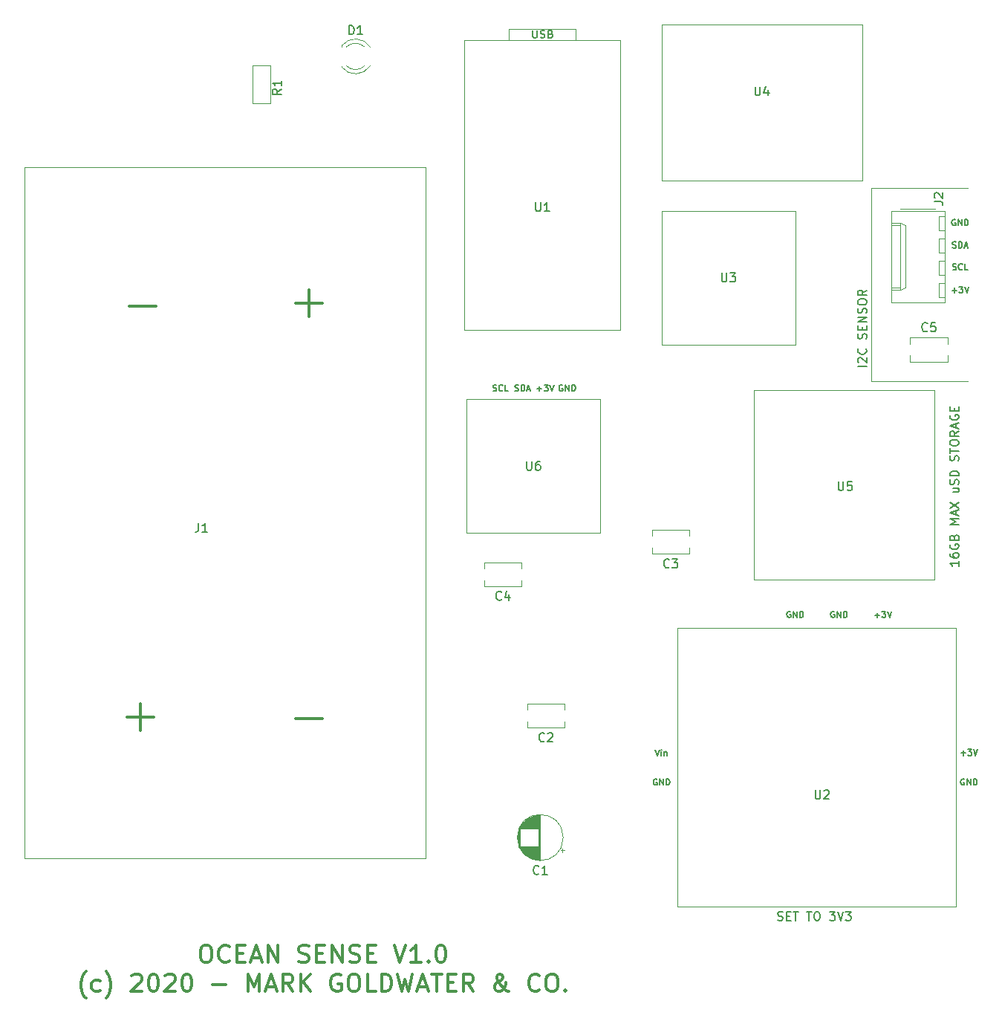
<source format=gbr>
G04 #@! TF.GenerationSoftware,KiCad,Pcbnew,(5.1.5)-3*
G04 #@! TF.CreationDate,2020-11-07T14:44:15-05:00*
G04 #@! TF.ProjectId,OceanSense,4f636561-6e53-4656-9e73-652e6b696361,rev?*
G04 #@! TF.SameCoordinates,Original*
G04 #@! TF.FileFunction,Legend,Top*
G04 #@! TF.FilePolarity,Positive*
%FSLAX46Y46*%
G04 Gerber Fmt 4.6, Leading zero omitted, Abs format (unit mm)*
G04 Created by KiCad (PCBNEW (5.1.5)-3) date 2020-11-07 14:44:15*
%MOMM*%
%LPD*%
G04 APERTURE LIST*
%ADD10C,0.150000*%
%ADD11C,0.300000*%
%ADD12C,0.120000*%
G04 APERTURE END LIST*
D10*
X62452380Y461500000D02*
X62452380Y460928571D01*
X62452380Y461214285D02*
X61452380Y461214285D01*
X61595238Y461119047D01*
X61690476Y461023809D01*
X61738095Y460928571D01*
X61452380Y462357142D02*
X61452380Y462166666D01*
X61500000Y462071428D01*
X61547619Y462023809D01*
X61690476Y461928571D01*
X61880952Y461880952D01*
X62261904Y461880952D01*
X62357142Y461928571D01*
X62404761Y461976190D01*
X62452380Y462071428D01*
X62452380Y462261904D01*
X62404761Y462357142D01*
X62357142Y462404761D01*
X62261904Y462452380D01*
X62023809Y462452380D01*
X61928571Y462404761D01*
X61880952Y462357142D01*
X61833333Y462261904D01*
X61833333Y462071428D01*
X61880952Y461976190D01*
X61928571Y461928571D01*
X62023809Y461880952D01*
X61500000Y463404761D02*
X61452380Y463309523D01*
X61452380Y463166666D01*
X61500000Y463023809D01*
X61595238Y462928571D01*
X61690476Y462880952D01*
X61880952Y462833333D01*
X62023809Y462833333D01*
X62214285Y462880952D01*
X62309523Y462928571D01*
X62404761Y463023809D01*
X62452380Y463166666D01*
X62452380Y463261904D01*
X62404761Y463404761D01*
X62357142Y463452380D01*
X62023809Y463452380D01*
X62023809Y463261904D01*
X61928571Y464214285D02*
X61976190Y464357142D01*
X62023809Y464404761D01*
X62119047Y464452380D01*
X62261904Y464452380D01*
X62357142Y464404761D01*
X62404761Y464357142D01*
X62452380Y464261904D01*
X62452380Y463880952D01*
X61452380Y463880952D01*
X61452380Y464214285D01*
X61500000Y464309523D01*
X61547619Y464357142D01*
X61642857Y464404761D01*
X61738095Y464404761D01*
X61833333Y464357142D01*
X61880952Y464309523D01*
X61928571Y464214285D01*
X61928571Y463880952D01*
X62452380Y465642857D02*
X61452380Y465642857D01*
X62166666Y465976190D01*
X61452380Y466309523D01*
X62452380Y466309523D01*
X62166666Y466738095D02*
X62166666Y467214285D01*
X62452380Y466642857D02*
X61452380Y466976190D01*
X62452380Y467309523D01*
X61452380Y467547619D02*
X62452380Y468214285D01*
X61452380Y468214285D02*
X62452380Y467547619D01*
X61785714Y469785714D02*
X62452380Y469785714D01*
X61785714Y469357142D02*
X62309523Y469357142D01*
X62404761Y469404761D01*
X62452380Y469500000D01*
X62452380Y469642857D01*
X62404761Y469738095D01*
X62357142Y469785714D01*
X62404761Y470214285D02*
X62452380Y470357142D01*
X62452380Y470595238D01*
X62404761Y470690476D01*
X62357142Y470738095D01*
X62261904Y470785714D01*
X62166666Y470785714D01*
X62071428Y470738095D01*
X62023809Y470690476D01*
X61976190Y470595238D01*
X61928571Y470404761D01*
X61880952Y470309523D01*
X61833333Y470261904D01*
X61738095Y470214285D01*
X61642857Y470214285D01*
X61547619Y470261904D01*
X61500000Y470309523D01*
X61452380Y470404761D01*
X61452380Y470642857D01*
X61500000Y470785714D01*
X62452380Y471214285D02*
X61452380Y471214285D01*
X61452380Y471452380D01*
X61500000Y471595238D01*
X61595238Y471690476D01*
X61690476Y471738095D01*
X61880952Y471785714D01*
X62023809Y471785714D01*
X62214285Y471738095D01*
X62309523Y471690476D01*
X62404761Y471595238D01*
X62452380Y471452380D01*
X62452380Y471214285D01*
X62404761Y472928571D02*
X62452380Y473071428D01*
X62452380Y473309523D01*
X62404761Y473404761D01*
X62357142Y473452380D01*
X62261904Y473500000D01*
X62166666Y473500000D01*
X62071428Y473452380D01*
X62023809Y473404761D01*
X61976190Y473309523D01*
X61928571Y473119047D01*
X61880952Y473023809D01*
X61833333Y472976190D01*
X61738095Y472928571D01*
X61642857Y472928571D01*
X61547619Y472976190D01*
X61500000Y473023809D01*
X61452380Y473119047D01*
X61452380Y473357142D01*
X61500000Y473500000D01*
X61452380Y473785714D02*
X61452380Y474357142D01*
X62452380Y474071428D02*
X61452380Y474071428D01*
X61452380Y474880952D02*
X61452380Y475071428D01*
X61500000Y475166666D01*
X61595238Y475261904D01*
X61785714Y475309523D01*
X62119047Y475309523D01*
X62309523Y475261904D01*
X62404761Y475166666D01*
X62452380Y475071428D01*
X62452380Y474880952D01*
X62404761Y474785714D01*
X62309523Y474690476D01*
X62119047Y474642857D01*
X61785714Y474642857D01*
X61595238Y474690476D01*
X61500000Y474785714D01*
X61452380Y474880952D01*
X62452380Y476309523D02*
X61976190Y475976190D01*
X62452380Y475738095D02*
X61452380Y475738095D01*
X61452380Y476119047D01*
X61500000Y476214285D01*
X61547619Y476261904D01*
X61642857Y476309523D01*
X61785714Y476309523D01*
X61880952Y476261904D01*
X61928571Y476214285D01*
X61976190Y476119047D01*
X61976190Y475738095D01*
X62166666Y476690476D02*
X62166666Y477166666D01*
X62452380Y476595238D02*
X61452380Y476928571D01*
X62452380Y477261904D01*
X61500000Y478119047D02*
X61452380Y478023809D01*
X61452380Y477880952D01*
X61500000Y477738095D01*
X61595238Y477642857D01*
X61690476Y477595238D01*
X61880952Y477547619D01*
X62023809Y477547619D01*
X62214285Y477595238D01*
X62309523Y477642857D01*
X62404761Y477738095D01*
X62452380Y477880952D01*
X62452380Y477976190D01*
X62404761Y478119047D01*
X62357142Y478166666D01*
X62023809Y478166666D01*
X62023809Y477976190D01*
X61928571Y478595238D02*
X61928571Y478928571D01*
X62452380Y479071428D02*
X62452380Y478595238D01*
X61452380Y478595238D01*
X61452380Y479071428D01*
X41833333Y420595238D02*
X41976190Y420547619D01*
X42214285Y420547619D01*
X42309523Y420595238D01*
X42357142Y420642857D01*
X42404761Y420738095D01*
X42404761Y420833333D01*
X42357142Y420928571D01*
X42309523Y420976190D01*
X42214285Y421023809D01*
X42023809Y421071428D01*
X41928571Y421119047D01*
X41880952Y421166666D01*
X41833333Y421261904D01*
X41833333Y421357142D01*
X41880952Y421452380D01*
X41928571Y421500000D01*
X42023809Y421547619D01*
X42261904Y421547619D01*
X42404761Y421500000D01*
X42833333Y421071428D02*
X43166666Y421071428D01*
X43309523Y420547619D02*
X42833333Y420547619D01*
X42833333Y421547619D01*
X43309523Y421547619D01*
X43595238Y421547619D02*
X44166666Y421547619D01*
X43880952Y420547619D02*
X43880952Y421547619D01*
X45119047Y421547619D02*
X45690476Y421547619D01*
X45404761Y420547619D02*
X45404761Y421547619D01*
X46214285Y421547619D02*
X46404761Y421547619D01*
X46500000Y421500000D01*
X46595238Y421404761D01*
X46642857Y421214285D01*
X46642857Y420880952D01*
X46595238Y420690476D01*
X46500000Y420595238D01*
X46404761Y420547619D01*
X46214285Y420547619D01*
X46119047Y420595238D01*
X46023809Y420690476D01*
X45976190Y420880952D01*
X45976190Y421214285D01*
X46023809Y421404761D01*
X46119047Y421500000D01*
X46214285Y421547619D01*
X47738095Y421547619D02*
X48357142Y421547619D01*
X48023809Y421166666D01*
X48166666Y421166666D01*
X48261904Y421119047D01*
X48309523Y421071428D01*
X48357142Y420976190D01*
X48357142Y420738095D01*
X48309523Y420642857D01*
X48261904Y420595238D01*
X48166666Y420547619D01*
X47880952Y420547619D01*
X47785714Y420595238D01*
X47738095Y420642857D01*
X48642857Y421547619D02*
X48976190Y420547619D01*
X49309523Y421547619D01*
X49547619Y421547619D02*
X50166666Y421547619D01*
X49833333Y421166666D01*
X49976190Y421166666D01*
X50071428Y421119047D01*
X50119047Y421071428D01*
X50166666Y420976190D01*
X50166666Y420738095D01*
X50119047Y420642857D01*
X50071428Y420595238D01*
X49976190Y420547619D01*
X49690476Y420547619D01*
X49595238Y420595238D01*
X49547619Y420642857D01*
D11*
X-23523809Y417745238D02*
X-23142857Y417745238D01*
X-22952380Y417650000D01*
X-22761904Y417459523D01*
X-22666666Y417078571D01*
X-22666666Y416411904D01*
X-22761904Y416030952D01*
X-22952380Y415840476D01*
X-23142857Y415745238D01*
X-23523809Y415745238D01*
X-23714285Y415840476D01*
X-23904761Y416030952D01*
X-24000000Y416411904D01*
X-24000000Y417078571D01*
X-23904761Y417459523D01*
X-23714285Y417650000D01*
X-23523809Y417745238D01*
X-20666666Y415935714D02*
X-20761904Y415840476D01*
X-21047619Y415745238D01*
X-21238095Y415745238D01*
X-21523809Y415840476D01*
X-21714285Y416030952D01*
X-21809523Y416221428D01*
X-21904761Y416602380D01*
X-21904761Y416888095D01*
X-21809523Y417269047D01*
X-21714285Y417459523D01*
X-21523809Y417650000D01*
X-21238095Y417745238D01*
X-21047619Y417745238D01*
X-20761904Y417650000D01*
X-20666666Y417554761D01*
X-19809523Y416792857D02*
X-19142857Y416792857D01*
X-18857142Y415745238D02*
X-19809523Y415745238D01*
X-19809523Y417745238D01*
X-18857142Y417745238D01*
X-18095238Y416316666D02*
X-17142857Y416316666D01*
X-18285714Y415745238D02*
X-17619047Y417745238D01*
X-16952380Y415745238D01*
X-16285714Y415745238D02*
X-16285714Y417745238D01*
X-15142857Y415745238D01*
X-15142857Y417745238D01*
X-12761904Y415840476D02*
X-12476190Y415745238D01*
X-12000000Y415745238D01*
X-11809523Y415840476D01*
X-11714285Y415935714D01*
X-11619047Y416126190D01*
X-11619047Y416316666D01*
X-11714285Y416507142D01*
X-11809523Y416602380D01*
X-12000000Y416697619D01*
X-12380952Y416792857D01*
X-12571428Y416888095D01*
X-12666666Y416983333D01*
X-12761904Y417173809D01*
X-12761904Y417364285D01*
X-12666666Y417554761D01*
X-12571428Y417650000D01*
X-12380952Y417745238D01*
X-11904761Y417745238D01*
X-11619047Y417650000D01*
X-10761904Y416792857D02*
X-10095238Y416792857D01*
X-9809523Y415745238D02*
X-10761904Y415745238D01*
X-10761904Y417745238D01*
X-9809523Y417745238D01*
X-8952380Y415745238D02*
X-8952380Y417745238D01*
X-7809523Y415745238D01*
X-7809523Y417745238D01*
X-6952380Y415840476D02*
X-6666666Y415745238D01*
X-6190476Y415745238D01*
X-6000000Y415840476D01*
X-5904761Y415935714D01*
X-5809523Y416126190D01*
X-5809523Y416316666D01*
X-5904761Y416507142D01*
X-6000000Y416602380D01*
X-6190476Y416697619D01*
X-6571428Y416792857D01*
X-6761904Y416888095D01*
X-6857142Y416983333D01*
X-6952380Y417173809D01*
X-6952380Y417364285D01*
X-6857142Y417554761D01*
X-6761904Y417650000D01*
X-6571428Y417745238D01*
X-6095238Y417745238D01*
X-5809523Y417650000D01*
X-4952380Y416792857D02*
X-4285714Y416792857D01*
X-4000000Y415745238D02*
X-4952380Y415745238D01*
X-4952380Y417745238D01*
X-4000000Y417745238D01*
X-1904761Y417745238D02*
X-1238095Y415745238D01*
X-571428Y417745238D01*
X1142857Y415745238D02*
X0Y415745238D01*
X571428Y415745238D02*
X571428Y417745238D01*
X380952Y417459523D01*
X190476Y417269047D01*
X0Y417173809D01*
X1999999Y415935714D02*
X2095238Y415840476D01*
X1999999Y415745238D01*
X1904761Y415840476D01*
X1999999Y415935714D01*
X1999999Y415745238D01*
X3333333Y417745238D02*
X3523809Y417745238D01*
X3714285Y417650000D01*
X3809523Y417554761D01*
X3904761Y417364285D01*
X3999999Y416983333D01*
X3999999Y416507142D01*
X3904761Y416126190D01*
X3809523Y415935714D01*
X3714285Y415840476D01*
X3523809Y415745238D01*
X3333333Y415745238D01*
X3142857Y415840476D01*
X3047619Y415935714D01*
X2952380Y416126190D01*
X2857142Y416507142D01*
X2857142Y416983333D01*
X2952380Y417364285D01*
X3047619Y417554761D01*
X3142857Y417650000D01*
X3333333Y417745238D01*
X-37047619Y411683333D02*
X-37142857Y411778571D01*
X-37333333Y412064285D01*
X-37428571Y412254761D01*
X-37523809Y412540476D01*
X-37619047Y413016666D01*
X-37619047Y413397619D01*
X-37523809Y413873809D01*
X-37428571Y414159523D01*
X-37333333Y414350000D01*
X-37142857Y414635714D01*
X-37047619Y414730952D01*
X-35428571Y412540476D02*
X-35619047Y412445238D01*
X-36000000Y412445238D01*
X-36190476Y412540476D01*
X-36285714Y412635714D01*
X-36380952Y412826190D01*
X-36380952Y413397619D01*
X-36285714Y413588095D01*
X-36190476Y413683333D01*
X-36000000Y413778571D01*
X-35619047Y413778571D01*
X-35428571Y413683333D01*
X-34761904Y411683333D02*
X-34666666Y411778571D01*
X-34476190Y412064285D01*
X-34380952Y412254761D01*
X-34285714Y412540476D01*
X-34190476Y413016666D01*
X-34190476Y413397619D01*
X-34285714Y413873809D01*
X-34380952Y414159523D01*
X-34476190Y414350000D01*
X-34666666Y414635714D01*
X-34761904Y414730952D01*
X-31809523Y414254761D02*
X-31714285Y414350000D01*
X-31523809Y414445238D01*
X-31047619Y414445238D01*
X-30857142Y414350000D01*
X-30761904Y414254761D01*
X-30666666Y414064285D01*
X-30666666Y413873809D01*
X-30761904Y413588095D01*
X-31904761Y412445238D01*
X-30666666Y412445238D01*
X-29428571Y414445238D02*
X-29238095Y414445238D01*
X-29047619Y414350000D01*
X-28952380Y414254761D01*
X-28857142Y414064285D01*
X-28761904Y413683333D01*
X-28761904Y413207142D01*
X-28857142Y412826190D01*
X-28952380Y412635714D01*
X-29047619Y412540476D01*
X-29238095Y412445238D01*
X-29428571Y412445238D01*
X-29619047Y412540476D01*
X-29714285Y412635714D01*
X-29809523Y412826190D01*
X-29904761Y413207142D01*
X-29904761Y413683333D01*
X-29809523Y414064285D01*
X-29714285Y414254761D01*
X-29619047Y414350000D01*
X-29428571Y414445238D01*
X-28000000Y414254761D02*
X-27904761Y414350000D01*
X-27714285Y414445238D01*
X-27238095Y414445238D01*
X-27047619Y414350000D01*
X-26952380Y414254761D01*
X-26857142Y414064285D01*
X-26857142Y413873809D01*
X-26952380Y413588095D01*
X-28095238Y412445238D01*
X-26857142Y412445238D01*
X-25619047Y414445238D02*
X-25428571Y414445238D01*
X-25238095Y414350000D01*
X-25142857Y414254761D01*
X-25047619Y414064285D01*
X-24952380Y413683333D01*
X-24952380Y413207142D01*
X-25047619Y412826190D01*
X-25142857Y412635714D01*
X-25238095Y412540476D01*
X-25428571Y412445238D01*
X-25619047Y412445238D01*
X-25809523Y412540476D01*
X-25904761Y412635714D01*
X-26000000Y412826190D01*
X-26095238Y413207142D01*
X-26095238Y413683333D01*
X-26000000Y414064285D01*
X-25904761Y414254761D01*
X-25809523Y414350000D01*
X-25619047Y414445238D01*
X-22571428Y413207142D02*
X-21047619Y413207142D01*
X-18571428Y412445238D02*
X-18571428Y414445238D01*
X-17904761Y413016666D01*
X-17238095Y414445238D01*
X-17238095Y412445238D01*
X-16380952Y413016666D02*
X-15428571Y413016666D01*
X-16571428Y412445238D02*
X-15904761Y414445238D01*
X-15238095Y412445238D01*
X-13428571Y412445238D02*
X-14095238Y413397619D01*
X-14571428Y412445238D02*
X-14571428Y414445238D01*
X-13809523Y414445238D01*
X-13619047Y414350000D01*
X-13523809Y414254761D01*
X-13428571Y414064285D01*
X-13428571Y413778571D01*
X-13523809Y413588095D01*
X-13619047Y413492857D01*
X-13809523Y413397619D01*
X-14571428Y413397619D01*
X-12571428Y412445238D02*
X-12571428Y414445238D01*
X-11428571Y412445238D02*
X-12285714Y413588095D01*
X-11428571Y414445238D02*
X-12571428Y413302380D01*
X-8000000Y414350000D02*
X-8190476Y414445238D01*
X-8476190Y414445238D01*
X-8761904Y414350000D01*
X-8952380Y414159523D01*
X-9047619Y413969047D01*
X-9142857Y413588095D01*
X-9142857Y413302380D01*
X-9047619Y412921428D01*
X-8952380Y412730952D01*
X-8761904Y412540476D01*
X-8476190Y412445238D01*
X-8285714Y412445238D01*
X-8000000Y412540476D01*
X-7904761Y412635714D01*
X-7904761Y413302380D01*
X-8285714Y413302380D01*
X-6666666Y414445238D02*
X-6285714Y414445238D01*
X-6095238Y414350000D01*
X-5904761Y414159523D01*
X-5809523Y413778571D01*
X-5809523Y413111904D01*
X-5904761Y412730952D01*
X-6095238Y412540476D01*
X-6285714Y412445238D01*
X-6666666Y412445238D01*
X-6857142Y412540476D01*
X-7047619Y412730952D01*
X-7142857Y413111904D01*
X-7142857Y413778571D01*
X-7047619Y414159523D01*
X-6857142Y414350000D01*
X-6666666Y414445238D01*
X-4000000Y412445238D02*
X-4952380Y412445238D01*
X-4952380Y414445238D01*
X-3333333Y412445238D02*
X-3333333Y414445238D01*
X-2857142Y414445238D01*
X-2571428Y414350000D01*
X-2380952Y414159523D01*
X-2285714Y413969047D01*
X-2190476Y413588095D01*
X-2190476Y413302380D01*
X-2285714Y412921428D01*
X-2380952Y412730952D01*
X-2571428Y412540476D01*
X-2857142Y412445238D01*
X-3333333Y412445238D01*
X-1523809Y414445238D02*
X-1047619Y412445238D01*
X-666666Y413873809D01*
X-285714Y412445238D01*
X190476Y414445238D01*
X857142Y413016666D02*
X1809523Y413016666D01*
X666666Y412445238D02*
X1333333Y414445238D01*
X1999999Y412445238D01*
X2380952Y414445238D02*
X3523809Y414445238D01*
X2952380Y412445238D02*
X2952380Y414445238D01*
X4190476Y413492857D02*
X4857142Y413492857D01*
X5142857Y412445238D02*
X4190476Y412445238D01*
X4190476Y414445238D01*
X5142857Y414445238D01*
X7142857Y412445238D02*
X6476190Y413397619D01*
X5999999Y412445238D02*
X5999999Y414445238D01*
X6761904Y414445238D01*
X6952380Y414350000D01*
X7047619Y414254761D01*
X7142857Y414064285D01*
X7142857Y413778571D01*
X7047619Y413588095D01*
X6952380Y413492857D01*
X6761904Y413397619D01*
X5999999Y413397619D01*
X11142857Y412445238D02*
X11047619Y412445238D01*
X10857142Y412540476D01*
X10571428Y412826190D01*
X10095238Y413397619D01*
X9904761Y413683333D01*
X9809523Y413969047D01*
X9809523Y414159523D01*
X9904761Y414350000D01*
X10095238Y414445238D01*
X10190476Y414445238D01*
X10380952Y414350000D01*
X10476190Y414159523D01*
X10476190Y414064285D01*
X10380952Y413873809D01*
X10285714Y413778571D01*
X9714285Y413397619D01*
X9619047Y413302380D01*
X9523809Y413111904D01*
X9523809Y412826190D01*
X9619047Y412635714D01*
X9714285Y412540476D01*
X9904761Y412445238D01*
X10190476Y412445238D01*
X10380952Y412540476D01*
X10476190Y412635714D01*
X10761904Y413016666D01*
X10857142Y413302380D01*
X10857142Y413492857D01*
X14666666Y412635714D02*
X14571428Y412540476D01*
X14285714Y412445238D01*
X14095238Y412445238D01*
X13809523Y412540476D01*
X13619047Y412730952D01*
X13523809Y412921428D01*
X13428571Y413302380D01*
X13428571Y413588095D01*
X13523809Y413969047D01*
X13619047Y414159523D01*
X13809523Y414350000D01*
X14095238Y414445238D01*
X14285714Y414445238D01*
X14571428Y414350000D01*
X14666666Y414254761D01*
X15904761Y414445238D02*
X16285714Y414445238D01*
X16476190Y414350000D01*
X16666666Y414159523D01*
X16761904Y413778571D01*
X16761904Y413111904D01*
X16666666Y412730952D01*
X16476190Y412540476D01*
X16285714Y412445238D01*
X15904761Y412445238D01*
X15714285Y412540476D01*
X15523809Y412730952D01*
X15428571Y413111904D01*
X15428571Y413778571D01*
X15523809Y414159523D01*
X15714285Y414350000D01*
X15904761Y414445238D01*
X17619047Y412635714D02*
X17714285Y412540476D01*
X17619047Y412445238D01*
X17523809Y412540476D01*
X17619047Y412635714D01*
X17619047Y412445238D01*
D10*
X51952380Y483690476D02*
X50952380Y483690476D01*
X51047619Y484119047D02*
X51000000Y484166666D01*
X50952380Y484261904D01*
X50952380Y484500000D01*
X51000000Y484595238D01*
X51047619Y484642857D01*
X51142857Y484690476D01*
X51238095Y484690476D01*
X51380952Y484642857D01*
X51952380Y484071428D01*
X51952380Y484690476D01*
X51857142Y485690476D02*
X51904761Y485642857D01*
X51952380Y485500000D01*
X51952380Y485404761D01*
X51904761Y485261904D01*
X51809523Y485166666D01*
X51714285Y485119047D01*
X51523809Y485071428D01*
X51380952Y485071428D01*
X51190476Y485119047D01*
X51095238Y485166666D01*
X51000000Y485261904D01*
X50952380Y485404761D01*
X50952380Y485500000D01*
X51000000Y485642857D01*
X51047619Y485690476D01*
X51904761Y486833333D02*
X51952380Y486976190D01*
X51952380Y487214285D01*
X51904761Y487309523D01*
X51857142Y487357142D01*
X51761904Y487404761D01*
X51666666Y487404761D01*
X51571428Y487357142D01*
X51523809Y487309523D01*
X51476190Y487214285D01*
X51428571Y487023809D01*
X51380952Y486928571D01*
X51333333Y486880952D01*
X51238095Y486833333D01*
X51142857Y486833333D01*
X51047619Y486880952D01*
X51000000Y486928571D01*
X50952380Y487023809D01*
X50952380Y487261904D01*
X51000000Y487404761D01*
X51428571Y487833333D02*
X51428571Y488166666D01*
X51952380Y488309523D02*
X51952380Y487833333D01*
X50952380Y487833333D01*
X50952380Y488309523D01*
X51952380Y488738095D02*
X50952380Y488738095D01*
X51952380Y489309523D01*
X50952380Y489309523D01*
X51904761Y489738095D02*
X51952380Y489880952D01*
X51952380Y490119047D01*
X51904761Y490214285D01*
X51857142Y490261904D01*
X51761904Y490309523D01*
X51666666Y490309523D01*
X51571428Y490261904D01*
X51523809Y490214285D01*
X51476190Y490119047D01*
X51428571Y489928571D01*
X51380952Y489833333D01*
X51333333Y489785714D01*
X51238095Y489738095D01*
X51142857Y489738095D01*
X51047619Y489785714D01*
X51000000Y489833333D01*
X50952380Y489928571D01*
X50952380Y490166666D01*
X51000000Y490309523D01*
X50952380Y490928571D02*
X50952380Y491119047D01*
X51000000Y491214285D01*
X51095238Y491309523D01*
X51285714Y491357142D01*
X51619047Y491357142D01*
X51809523Y491309523D01*
X51904761Y491214285D01*
X51952380Y491119047D01*
X51952380Y490928571D01*
X51904761Y490833333D01*
X51809523Y490738095D01*
X51619047Y490690476D01*
X51285714Y490690476D01*
X51095238Y490738095D01*
X51000000Y490833333D01*
X50952380Y490928571D01*
X51952380Y492357142D02*
X51476190Y492023809D01*
X51952380Y491785714D02*
X50952380Y491785714D01*
X50952380Y492166666D01*
X51000000Y492261904D01*
X51047619Y492309523D01*
X51142857Y492357142D01*
X51285714Y492357142D01*
X51380952Y492309523D01*
X51428571Y492261904D01*
X51476190Y492166666D01*
X51476190Y491785714D01*
D12*
X52500000Y504000000D02*
X63500000Y504000000D01*
X52500000Y482000000D02*
X52500000Y504000000D01*
X63500000Y482000000D02*
X52500000Y482000000D01*
D10*
X62700000Y439625000D02*
X63233333Y439625000D01*
X62966666Y439358333D02*
X62966666Y439891666D01*
X63500000Y440058333D02*
X63933333Y440058333D01*
X63700000Y439791666D01*
X63800000Y439791666D01*
X63866666Y439758333D01*
X63900000Y439725000D01*
X63933333Y439658333D01*
X63933333Y439491666D01*
X63900000Y439425000D01*
X63866666Y439391666D01*
X63800000Y439358333D01*
X63600000Y439358333D01*
X63533333Y439391666D01*
X63500000Y439425000D01*
X64133333Y440058333D02*
X64366666Y439358333D01*
X64600000Y440058333D01*
X63066666Y436650000D02*
X63000000Y436683333D01*
X62900000Y436683333D01*
X62800000Y436650000D01*
X62733333Y436583333D01*
X62700000Y436516666D01*
X62666666Y436383333D01*
X62666666Y436283333D01*
X62700000Y436150000D01*
X62733333Y436083333D01*
X62800000Y436016666D01*
X62900000Y435983333D01*
X62966666Y435983333D01*
X63066666Y436016666D01*
X63100000Y436050000D01*
X63100000Y436283333D01*
X62966666Y436283333D01*
X63400000Y435983333D02*
X63400000Y436683333D01*
X63800000Y435983333D01*
X63800000Y436683333D01*
X64133333Y435983333D02*
X64133333Y436683333D01*
X64300000Y436683333D01*
X64400000Y436650000D01*
X64466666Y436583333D01*
X64500000Y436516666D01*
X64533333Y436383333D01*
X64533333Y436283333D01*
X64500000Y436150000D01*
X64466666Y436083333D01*
X64400000Y436016666D01*
X64300000Y435983333D01*
X64133333Y435983333D01*
X28041666Y436650000D02*
X27975000Y436683333D01*
X27875000Y436683333D01*
X27775000Y436650000D01*
X27708333Y436583333D01*
X27675000Y436516666D01*
X27641666Y436383333D01*
X27641666Y436283333D01*
X27675000Y436150000D01*
X27708333Y436083333D01*
X27775000Y436016666D01*
X27875000Y435983333D01*
X27941666Y435983333D01*
X28041666Y436016666D01*
X28075000Y436050000D01*
X28075000Y436283333D01*
X27941666Y436283333D01*
X28375000Y435983333D02*
X28375000Y436683333D01*
X28775000Y435983333D01*
X28775000Y436683333D01*
X29108333Y435983333D02*
X29108333Y436683333D01*
X29275000Y436683333D01*
X29375000Y436650000D01*
X29441666Y436583333D01*
X29475000Y436516666D01*
X29508333Y436383333D01*
X29508333Y436283333D01*
X29475000Y436150000D01*
X29441666Y436083333D01*
X29375000Y436016666D01*
X29275000Y435983333D01*
X29108333Y435983333D01*
X27858333Y440033333D02*
X28091666Y439333333D01*
X28325000Y440033333D01*
X28558333Y439333333D02*
X28558333Y439800000D01*
X28558333Y440033333D02*
X28525000Y440000000D01*
X28558333Y439966666D01*
X28591666Y440000000D01*
X28558333Y440033333D01*
X28558333Y439966666D01*
X28891666Y439800000D02*
X28891666Y439333333D01*
X28891666Y439733333D02*
X28925000Y439766666D01*
X28991666Y439800000D01*
X29091666Y439800000D01*
X29158333Y439766666D01*
X29191666Y439700000D01*
X29191666Y439333333D01*
X52900000Y455350000D02*
X53433333Y455350000D01*
X53166666Y455083333D02*
X53166666Y455616666D01*
X53700000Y455783333D02*
X54133333Y455783333D01*
X53900000Y455516666D01*
X54000000Y455516666D01*
X54066666Y455483333D01*
X54100000Y455450000D01*
X54133333Y455383333D01*
X54133333Y455216666D01*
X54100000Y455150000D01*
X54066666Y455116666D01*
X54000000Y455083333D01*
X53800000Y455083333D01*
X53733333Y455116666D01*
X53700000Y455150000D01*
X54333333Y455783333D02*
X54566666Y455083333D01*
X54800000Y455783333D01*
X48266666Y455750000D02*
X48200000Y455783333D01*
X48100000Y455783333D01*
X48000000Y455750000D01*
X47933333Y455683333D01*
X47900000Y455616666D01*
X47866666Y455483333D01*
X47866666Y455383333D01*
X47900000Y455250000D01*
X47933333Y455183333D01*
X48000000Y455116666D01*
X48100000Y455083333D01*
X48166666Y455083333D01*
X48266666Y455116666D01*
X48300000Y455150000D01*
X48300000Y455383333D01*
X48166666Y455383333D01*
X48600000Y455083333D02*
X48600000Y455783333D01*
X49000000Y455083333D01*
X49000000Y455783333D01*
X49333333Y455083333D02*
X49333333Y455783333D01*
X49500000Y455783333D01*
X49600000Y455750000D01*
X49666666Y455683333D01*
X49700000Y455616666D01*
X49733333Y455483333D01*
X49733333Y455383333D01*
X49700000Y455250000D01*
X49666666Y455183333D01*
X49600000Y455116666D01*
X49500000Y455083333D01*
X49333333Y455083333D01*
X43266666Y455750000D02*
X43200000Y455783333D01*
X43100000Y455783333D01*
X43000000Y455750000D01*
X42933333Y455683333D01*
X42900000Y455616666D01*
X42866666Y455483333D01*
X42866666Y455383333D01*
X42900000Y455250000D01*
X42933333Y455183333D01*
X43000000Y455116666D01*
X43100000Y455083333D01*
X43166666Y455083333D01*
X43266666Y455116666D01*
X43300000Y455150000D01*
X43300000Y455383333D01*
X43166666Y455383333D01*
X43600000Y455083333D02*
X43600000Y455783333D01*
X44000000Y455083333D01*
X44000000Y455783333D01*
X44333333Y455083333D02*
X44333333Y455783333D01*
X44500000Y455783333D01*
X44600000Y455750000D01*
X44666666Y455683333D01*
X44700000Y455616666D01*
X44733333Y455483333D01*
X44733333Y455383333D01*
X44700000Y455250000D01*
X44666666Y455183333D01*
X44600000Y455116666D01*
X44500000Y455083333D01*
X44333333Y455083333D01*
X9366666Y480916666D02*
X9466666Y480883333D01*
X9633333Y480883333D01*
X9700000Y480916666D01*
X9733333Y480950000D01*
X9766666Y481016666D01*
X9766666Y481083333D01*
X9733333Y481150000D01*
X9700000Y481183333D01*
X9633333Y481216666D01*
X9500000Y481250000D01*
X9433333Y481283333D01*
X9400000Y481316666D01*
X9366666Y481383333D01*
X9366666Y481450000D01*
X9400000Y481516666D01*
X9433333Y481550000D01*
X9500000Y481583333D01*
X9666666Y481583333D01*
X9766666Y481550000D01*
X10466666Y480950000D02*
X10433333Y480916666D01*
X10333333Y480883333D01*
X10266666Y480883333D01*
X10166666Y480916666D01*
X10100000Y480983333D01*
X10066666Y481050000D01*
X10033333Y481183333D01*
X10033333Y481283333D01*
X10066666Y481416666D01*
X10100000Y481483333D01*
X10166666Y481550000D01*
X10266666Y481583333D01*
X10333333Y481583333D01*
X10433333Y481550000D01*
X10466666Y481516666D01*
X11100000Y480883333D02*
X10766666Y480883333D01*
X10766666Y481583333D01*
X11875000Y480916666D02*
X11975000Y480883333D01*
X12141666Y480883333D01*
X12208333Y480916666D01*
X12241666Y480950000D01*
X12275000Y481016666D01*
X12275000Y481083333D01*
X12241666Y481150000D01*
X12208333Y481183333D01*
X12141666Y481216666D01*
X12008333Y481250000D01*
X11941666Y481283333D01*
X11908333Y481316666D01*
X11875000Y481383333D01*
X11875000Y481450000D01*
X11908333Y481516666D01*
X11941666Y481550000D01*
X12008333Y481583333D01*
X12175000Y481583333D01*
X12275000Y481550000D01*
X12575000Y480883333D02*
X12575000Y481583333D01*
X12741666Y481583333D01*
X12841666Y481550000D01*
X12908333Y481483333D01*
X12941666Y481416666D01*
X12975000Y481283333D01*
X12975000Y481183333D01*
X12941666Y481050000D01*
X12908333Y480983333D01*
X12841666Y480916666D01*
X12741666Y480883333D01*
X12575000Y480883333D01*
X13241666Y481083333D02*
X13575000Y481083333D01*
X13175000Y480883333D02*
X13408333Y481583333D01*
X13641666Y480883333D01*
X14400000Y481150000D02*
X14933333Y481150000D01*
X14666666Y480883333D02*
X14666666Y481416666D01*
X15200000Y481583333D02*
X15633333Y481583333D01*
X15400000Y481316666D01*
X15500000Y481316666D01*
X15566666Y481283333D01*
X15600000Y481250000D01*
X15633333Y481183333D01*
X15633333Y481016666D01*
X15600000Y480950000D01*
X15566666Y480916666D01*
X15500000Y480883333D01*
X15300000Y480883333D01*
X15233333Y480916666D01*
X15200000Y480950000D01*
X15833333Y481583333D02*
X16066666Y480883333D01*
X16300000Y481583333D01*
X17291666Y481550000D02*
X17225000Y481583333D01*
X17125000Y481583333D01*
X17025000Y481550000D01*
X16958333Y481483333D01*
X16925000Y481416666D01*
X16891666Y481283333D01*
X16891666Y481183333D01*
X16925000Y481050000D01*
X16958333Y480983333D01*
X17025000Y480916666D01*
X17125000Y480883333D01*
X17191666Y480883333D01*
X17291666Y480916666D01*
X17325000Y480950000D01*
X17325000Y481183333D01*
X17191666Y481183333D01*
X17625000Y480883333D02*
X17625000Y481583333D01*
X18025000Y480883333D01*
X18025000Y481583333D01*
X18358333Y480883333D02*
X18358333Y481583333D01*
X18525000Y481583333D01*
X18625000Y481550000D01*
X18691666Y481483333D01*
X18725000Y481416666D01*
X18758333Y481283333D01*
X18758333Y481183333D01*
X18725000Y481050000D01*
X18691666Y480983333D01*
X18625000Y480916666D01*
X18525000Y480883333D01*
X18358333Y480883333D01*
D11*
X-32123809Y490514285D02*
X-29076190Y490514285D01*
X-13123809Y443514285D02*
X-10076190Y443514285D01*
X-32323809Y443714285D02*
X-29276190Y443714285D01*
X-30800000Y442190476D02*
X-30800000Y445238095D01*
X-13123809Y490914285D02*
X-10076190Y490914285D01*
X-11600000Y489390476D02*
X-11600000Y492438095D01*
D10*
X61700000Y492350000D02*
X62233333Y492350000D01*
X61966666Y492083333D02*
X61966666Y492616666D01*
X62500000Y492783333D02*
X62933333Y492783333D01*
X62700000Y492516666D01*
X62800000Y492516666D01*
X62866666Y492483333D01*
X62900000Y492450000D01*
X62933333Y492383333D01*
X62933333Y492216666D01*
X62900000Y492150000D01*
X62866666Y492116666D01*
X62800000Y492083333D01*
X62600000Y492083333D01*
X62533333Y492116666D01*
X62500000Y492150000D01*
X63133333Y492783333D02*
X63366666Y492083333D01*
X63600000Y492783333D01*
X61750000Y497216666D02*
X61850000Y497183333D01*
X62016666Y497183333D01*
X62083333Y497216666D01*
X62116666Y497250000D01*
X62150000Y497316666D01*
X62150000Y497383333D01*
X62116666Y497450000D01*
X62083333Y497483333D01*
X62016666Y497516666D01*
X61883333Y497550000D01*
X61816666Y497583333D01*
X61783333Y497616666D01*
X61750000Y497683333D01*
X61750000Y497750000D01*
X61783333Y497816666D01*
X61816666Y497850000D01*
X61883333Y497883333D01*
X62050000Y497883333D01*
X62150000Y497850000D01*
X62450000Y497183333D02*
X62450000Y497883333D01*
X62616666Y497883333D01*
X62716666Y497850000D01*
X62783333Y497783333D01*
X62816666Y497716666D01*
X62850000Y497583333D01*
X62850000Y497483333D01*
X62816666Y497350000D01*
X62783333Y497283333D01*
X62716666Y497216666D01*
X62616666Y497183333D01*
X62450000Y497183333D01*
X63116666Y497383333D02*
X63450000Y497383333D01*
X63050000Y497183333D02*
X63283333Y497883333D01*
X63516666Y497183333D01*
X61766666Y494716666D02*
X61866666Y494683333D01*
X62033333Y494683333D01*
X62100000Y494716666D01*
X62133333Y494750000D01*
X62166666Y494816666D01*
X62166666Y494883333D01*
X62133333Y494950000D01*
X62100000Y494983333D01*
X62033333Y495016666D01*
X61900000Y495050000D01*
X61833333Y495083333D01*
X61800000Y495116666D01*
X61766666Y495183333D01*
X61766666Y495250000D01*
X61800000Y495316666D01*
X61833333Y495350000D01*
X61900000Y495383333D01*
X62066666Y495383333D01*
X62166666Y495350000D01*
X62866666Y494750000D02*
X62833333Y494716666D01*
X62733333Y494683333D01*
X62666666Y494683333D01*
X62566666Y494716666D01*
X62500000Y494783333D01*
X62466666Y494850000D01*
X62433333Y494983333D01*
X62433333Y495083333D01*
X62466666Y495216666D01*
X62500000Y495283333D01*
X62566666Y495350000D01*
X62666666Y495383333D01*
X62733333Y495383333D01*
X62833333Y495350000D01*
X62866666Y495316666D01*
X63500000Y494683333D02*
X63166666Y494683333D01*
X63166666Y495383333D01*
X62066666Y500400000D02*
X62000000Y500433333D01*
X61900000Y500433333D01*
X61800000Y500400000D01*
X61733333Y500333333D01*
X61700000Y500266666D01*
X61666666Y500133333D01*
X61666666Y500033333D01*
X61700000Y499900000D01*
X61733333Y499833333D01*
X61800000Y499766666D01*
X61900000Y499733333D01*
X61966666Y499733333D01*
X62066666Y499766666D01*
X62100000Y499800000D01*
X62100000Y500033333D01*
X61966666Y500033333D01*
X62400000Y499733333D02*
X62400000Y500433333D01*
X62800000Y499733333D01*
X62800000Y500433333D01*
X63133333Y499733333D02*
X63133333Y500433333D01*
X63300000Y500433333D01*
X63400000Y500400000D01*
X63466666Y500333333D01*
X63500000Y500266666D01*
X63533333Y500133333D01*
X63533333Y500033333D01*
X63500000Y499900000D01*
X63466666Y499833333D01*
X63400000Y499766666D01*
X63300000Y499733333D01*
X63133333Y499733333D01*
D12*
X18810000Y522145000D02*
X18810000Y520875000D01*
X11190000Y522145000D02*
X18810000Y522145000D01*
X11190000Y520875000D02*
X11190000Y522145000D01*
X6110000Y520875000D02*
X6110000Y487855000D01*
X23890000Y520875000D02*
X6110000Y520875000D01*
X23890000Y487855000D02*
X23890000Y520875000D01*
X6110000Y487855000D02*
X23890000Y487855000D01*
X51430000Y522620000D02*
X28570000Y522620000D01*
X51430000Y507380000D02*
X51430000Y522620000D01*
X28570000Y522620000D02*
X28570000Y521350000D01*
X28570000Y507380000D02*
X28570000Y521350000D01*
X51430000Y504840000D02*
X51430000Y507380000D01*
X31110000Y504840000D02*
X51430000Y504840000D01*
X28570000Y504840000D02*
X31110000Y504840000D01*
X28570000Y507380000D02*
X28570000Y504840000D01*
X28575000Y501396000D02*
X43815000Y501396000D01*
X28575000Y486156000D02*
X28575000Y501396000D01*
X43815000Y486156000D02*
X28575000Y486156000D01*
X43815000Y501396000D02*
X43815000Y486156000D01*
X39116000Y480949000D02*
X39116000Y459359000D01*
X39370000Y480949000D02*
X39116000Y480949000D01*
X59690000Y480949000D02*
X39370000Y480949000D01*
X39370000Y459359000D02*
X39116000Y459359000D01*
X59690000Y459359000D02*
X39370000Y459359000D01*
X59690000Y480949000D02*
X59690000Y459359000D01*
X6350000Y479933000D02*
X21590000Y479933000D01*
X6350000Y464693000D02*
X6350000Y479933000D01*
X21590000Y464693000D02*
X6350000Y464693000D01*
X21590000Y479933000D02*
X21590000Y464693000D01*
X62103000Y422148000D02*
X62103000Y453898000D01*
X30353000Y422148000D02*
X62103000Y422148000D01*
X30353000Y423418000D02*
X30353000Y422148000D01*
X30353000Y453898000D02*
X30353000Y423418000D01*
X60833000Y453898000D02*
X62103000Y453898000D01*
X30353000Y453898000D02*
X60833000Y453898000D01*
X-44048000Y427630000D02*
X-44048000Y506370000D01*
X1672000Y427630000D02*
X-44048000Y427630000D01*
X1672000Y506370000D02*
X1672000Y427630000D01*
X-44048000Y506370000D02*
X1672000Y506370000D01*
X61170000Y484935000D02*
X61170000Y484230000D01*
X61170000Y486970000D02*
X61170000Y486265000D01*
X56930000Y484935000D02*
X56930000Y484230000D01*
X56930000Y486970000D02*
X56930000Y486265000D01*
X56930000Y484230000D02*
X61170000Y484230000D01*
X56930000Y486970000D02*
X61170000Y486970000D01*
X60230000Y491580000D02*
X60830000Y491580000D01*
X60230000Y493180000D02*
X60230000Y491580000D01*
X60830000Y493180000D02*
X60230000Y493180000D01*
X60230000Y494120000D02*
X60830000Y494120000D01*
X60230000Y495720000D02*
X60230000Y494120000D01*
X60830000Y495720000D02*
X60230000Y495720000D01*
X60230000Y496660000D02*
X60830000Y496660000D01*
X60230000Y498260000D02*
X60230000Y496660000D01*
X60830000Y498260000D02*
X60230000Y498260000D01*
X60230000Y499200000D02*
X60830000Y499200000D01*
X60230000Y500800000D02*
X60230000Y499200000D01*
X60830000Y500800000D02*
X60230000Y500800000D01*
X54810000Y492630000D02*
X55810000Y492630000D01*
X54810000Y499750000D02*
X55810000Y499750000D01*
X56340000Y492630000D02*
X55810000Y492380000D01*
X56340000Y499750000D02*
X56340000Y492630000D01*
X55810000Y500000000D02*
X56340000Y499750000D01*
X55810000Y492380000D02*
X54810000Y492380000D01*
X55810000Y500000000D02*
X55810000Y492380000D01*
X54810000Y500000000D02*
X55810000Y500000000D01*
X59800000Y501670000D02*
X55800000Y501670000D01*
X60830000Y491000000D02*
X60830000Y501380000D01*
X54810000Y491000000D02*
X60830000Y491000000D01*
X54810000Y501380000D02*
X54810000Y491000000D01*
X60830000Y501380000D02*
X54810000Y501380000D01*
X-18016000Y517984000D02*
X-15984000Y517984000D01*
X-18016000Y513666000D02*
X-18016000Y517984000D01*
X-15984000Y513666000D02*
X-18016000Y513666000D01*
X-15984000Y517984000D02*
X-15984000Y513666000D01*
X-7865000Y517920000D02*
X-7865000Y517764000D01*
X-7865000Y520236000D02*
X-7865000Y520080000D01*
X-5263870Y517920163D02*
G75*
G02X-7345961Y517920000I-1041130J1079837D01*
G01*
X-5263870Y520079837D02*
G75*
G03X-7345961Y520080000I-1041130J-1079837D01*
G01*
X-4632665Y517921392D02*
G75*
G02X-7865000Y517764484I-1672335J1078608D01*
G01*
X-4632665Y520078608D02*
G75*
G03X-7865000Y520235516I-1672335J-1078608D01*
G01*
X17370000Y430000000D02*
G75*
G03X17370000Y430000000I-2620000J0D01*
G01*
X14750000Y427420000D02*
X14750000Y432580000D01*
X14710000Y427420000D02*
X14710000Y432580000D01*
X14670000Y427421000D02*
X14670000Y432579000D01*
X14630000Y427422000D02*
X14630000Y432578000D01*
X14590000Y427424000D02*
X14590000Y432576000D01*
X14550000Y427427000D02*
X14550000Y432573000D01*
X14510000Y427431000D02*
X14510000Y428960000D01*
X14510000Y431040000D02*
X14510000Y432569000D01*
X14470000Y427435000D02*
X14470000Y428960000D01*
X14470000Y431040000D02*
X14470000Y432565000D01*
X14430000Y427439000D02*
X14430000Y428960000D01*
X14430000Y431040000D02*
X14430000Y432561000D01*
X14390000Y427444000D02*
X14390000Y428960000D01*
X14390000Y431040000D02*
X14390000Y432556000D01*
X14350000Y427450000D02*
X14350000Y428960000D01*
X14350000Y431040000D02*
X14350000Y432550000D01*
X14310000Y427457000D02*
X14310000Y428960000D01*
X14310000Y431040000D02*
X14310000Y432543000D01*
X14270000Y427464000D02*
X14270000Y428960000D01*
X14270000Y431040000D02*
X14270000Y432536000D01*
X14230000Y427472000D02*
X14230000Y428960000D01*
X14230000Y431040000D02*
X14230000Y432528000D01*
X14190000Y427480000D02*
X14190000Y428960000D01*
X14190000Y431040000D02*
X14190000Y432520000D01*
X14150000Y427489000D02*
X14150000Y428960000D01*
X14150000Y431040000D02*
X14150000Y432511000D01*
X14110000Y427499000D02*
X14110000Y428960000D01*
X14110000Y431040000D02*
X14110000Y432501000D01*
X14070000Y427509000D02*
X14070000Y428960000D01*
X14070000Y431040000D02*
X14070000Y432491000D01*
X14029000Y427520000D02*
X14029000Y428960000D01*
X14029000Y431040000D02*
X14029000Y432480000D01*
X13989000Y427532000D02*
X13989000Y428960000D01*
X13989000Y431040000D02*
X13989000Y432468000D01*
X13949000Y427545000D02*
X13949000Y428960000D01*
X13949000Y431040000D02*
X13949000Y432455000D01*
X13909000Y427558000D02*
X13909000Y428960000D01*
X13909000Y431040000D02*
X13909000Y432442000D01*
X13869000Y427572000D02*
X13869000Y428960000D01*
X13869000Y431040000D02*
X13869000Y432428000D01*
X13829000Y427586000D02*
X13829000Y428960000D01*
X13829000Y431040000D02*
X13829000Y432414000D01*
X13789000Y427602000D02*
X13789000Y428960000D01*
X13789000Y431040000D02*
X13789000Y432398000D01*
X13749000Y427618000D02*
X13749000Y428960000D01*
X13749000Y431040000D02*
X13749000Y432382000D01*
X13709000Y427635000D02*
X13709000Y428960000D01*
X13709000Y431040000D02*
X13709000Y432365000D01*
X13669000Y427652000D02*
X13669000Y428960000D01*
X13669000Y431040000D02*
X13669000Y432348000D01*
X13629000Y427671000D02*
X13629000Y428960000D01*
X13629000Y431040000D02*
X13629000Y432329000D01*
X13589000Y427690000D02*
X13589000Y428960000D01*
X13589000Y431040000D02*
X13589000Y432310000D01*
X13549000Y427710000D02*
X13549000Y428960000D01*
X13549000Y431040000D02*
X13549000Y432290000D01*
X13509000Y427732000D02*
X13509000Y428960000D01*
X13509000Y431040000D02*
X13509000Y432268000D01*
X13469000Y427753000D02*
X13469000Y428960000D01*
X13469000Y431040000D02*
X13469000Y432247000D01*
X13429000Y427776000D02*
X13429000Y428960000D01*
X13429000Y431040000D02*
X13429000Y432224000D01*
X13389000Y427800000D02*
X13389000Y428960000D01*
X13389000Y431040000D02*
X13389000Y432200000D01*
X13349000Y427825000D02*
X13349000Y428960000D01*
X13349000Y431040000D02*
X13349000Y432175000D01*
X13309000Y427851000D02*
X13309000Y428960000D01*
X13309000Y431040000D02*
X13309000Y432149000D01*
X13269000Y427878000D02*
X13269000Y428960000D01*
X13269000Y431040000D02*
X13269000Y432122000D01*
X13229000Y427905000D02*
X13229000Y428960000D01*
X13229000Y431040000D02*
X13229000Y432095000D01*
X13189000Y427935000D02*
X13189000Y428960000D01*
X13189000Y431040000D02*
X13189000Y432065000D01*
X13149000Y427965000D02*
X13149000Y428960000D01*
X13149000Y431040000D02*
X13149000Y432035000D01*
X13109000Y427996000D02*
X13109000Y428960000D01*
X13109000Y431040000D02*
X13109000Y432004000D01*
X13069000Y428029000D02*
X13069000Y428960000D01*
X13069000Y431040000D02*
X13069000Y431971000D01*
X13029000Y428063000D02*
X13029000Y428960000D01*
X13029000Y431040000D02*
X13029000Y431937000D01*
X12989000Y428099000D02*
X12989000Y428960000D01*
X12989000Y431040000D02*
X12989000Y431901000D01*
X12949000Y428136000D02*
X12949000Y428960000D01*
X12949000Y431040000D02*
X12949000Y431864000D01*
X12909000Y428174000D02*
X12909000Y428960000D01*
X12909000Y431040000D02*
X12909000Y431826000D01*
X12869000Y428215000D02*
X12869000Y428960000D01*
X12869000Y431040000D02*
X12869000Y431785000D01*
X12829000Y428257000D02*
X12829000Y428960000D01*
X12829000Y431040000D02*
X12829000Y431743000D01*
X12789000Y428301000D02*
X12789000Y428960000D01*
X12789000Y431040000D02*
X12789000Y431699000D01*
X12749000Y428347000D02*
X12749000Y428960000D01*
X12749000Y431040000D02*
X12749000Y431653000D01*
X12709000Y428395000D02*
X12709000Y428960000D01*
X12709000Y431040000D02*
X12709000Y431605000D01*
X12669000Y428446000D02*
X12669000Y428960000D01*
X12669000Y431040000D02*
X12669000Y431554000D01*
X12629000Y428500000D02*
X12629000Y428960000D01*
X12629000Y431040000D02*
X12629000Y431500000D01*
X12589000Y428557000D02*
X12589000Y428960000D01*
X12589000Y431040000D02*
X12589000Y431443000D01*
X12549000Y428617000D02*
X12549000Y428960000D01*
X12549000Y431040000D02*
X12549000Y431383000D01*
X12509000Y428681000D02*
X12509000Y428960000D01*
X12509000Y431040000D02*
X12509000Y431319000D01*
X12469000Y428749000D02*
X12469000Y428960000D01*
X12469000Y431040000D02*
X12469000Y431251000D01*
X12429000Y428822000D02*
X12429000Y431178000D01*
X12389000Y428902000D02*
X12389000Y431098000D01*
X12349000Y428989000D02*
X12349000Y431011000D01*
X12309000Y429085000D02*
X12309000Y430915000D01*
X12269000Y429195000D02*
X12269000Y430805000D01*
X12229000Y429323000D02*
X12229000Y430677000D01*
X12189000Y429482000D02*
X12189000Y430518000D01*
X12149000Y429716000D02*
X12149000Y430284000D01*
X17554775Y428525000D02*
X17054775Y428525000D01*
X17304775Y428275000D02*
X17304775Y428775000D01*
X17507000Y442495000D02*
X13267000Y442495000D01*
X17507000Y445235000D02*
X13267000Y445235000D01*
X17507000Y442495000D02*
X17507000Y443200000D01*
X17507000Y444530000D02*
X17507000Y445235000D01*
X13267000Y442495000D02*
X13267000Y443200000D01*
X13267000Y444530000D02*
X13267000Y445235000D01*
X27491000Y464342000D02*
X27491000Y465047000D01*
X27491000Y462307000D02*
X27491000Y463012000D01*
X31731000Y464342000D02*
X31731000Y465047000D01*
X31731000Y462307000D02*
X31731000Y463012000D01*
X31731000Y465047000D02*
X27491000Y465047000D01*
X31731000Y462307000D02*
X27491000Y462307000D01*
X12620000Y458630000D02*
X8380000Y458630000D01*
X12620000Y461370000D02*
X8380000Y461370000D01*
X12620000Y458630000D02*
X12620000Y459335000D01*
X12620000Y460665000D02*
X12620000Y461370000D01*
X8380000Y458630000D02*
X8380000Y459335000D01*
X8380000Y460665000D02*
X8380000Y461370000D01*
D10*
X14238095Y502372619D02*
X14238095Y501563095D01*
X14285714Y501467857D01*
X14333333Y501420238D01*
X14428571Y501372619D01*
X14619047Y501372619D01*
X14714285Y501420238D01*
X14761904Y501467857D01*
X14809523Y501563095D01*
X14809523Y502372619D01*
X15809523Y501372619D02*
X15238095Y501372619D01*
X15523809Y501372619D02*
X15523809Y502372619D01*
X15428571Y502229761D01*
X15333333Y502134523D01*
X15238095Y502086904D01*
X13910219Y521982923D02*
X13910219Y521283819D01*
X13951342Y521201571D01*
X13992466Y521160447D01*
X14074714Y521119323D01*
X14239209Y521119323D01*
X14321457Y521160447D01*
X14362580Y521201571D01*
X14403704Y521283819D01*
X14403704Y521982923D01*
X14773819Y521160447D02*
X14897190Y521119323D01*
X15102809Y521119323D01*
X15185057Y521160447D01*
X15226180Y521201571D01*
X15267304Y521283819D01*
X15267304Y521366066D01*
X15226180Y521448314D01*
X15185057Y521489438D01*
X15102809Y521530561D01*
X14938314Y521571685D01*
X14856066Y521612809D01*
X14814942Y521653933D01*
X14773819Y521736180D01*
X14773819Y521818428D01*
X14814942Y521900676D01*
X14856066Y521941800D01*
X14938314Y521982923D01*
X15143933Y521982923D01*
X15267304Y521941800D01*
X15925285Y521571685D02*
X16048657Y521530561D01*
X16089780Y521489438D01*
X16130904Y521407190D01*
X16130904Y521283819D01*
X16089780Y521201571D01*
X16048657Y521160447D01*
X15966409Y521119323D01*
X15637419Y521119323D01*
X15637419Y521982923D01*
X15925285Y521982923D01*
X16007533Y521941800D01*
X16048657Y521900676D01*
X16089780Y521818428D01*
X16089780Y521736180D01*
X16048657Y521653933D01*
X16007533Y521612809D01*
X15925285Y521571685D01*
X15637419Y521571685D01*
X39238095Y515547619D02*
X39238095Y514738095D01*
X39285714Y514642857D01*
X39333333Y514595238D01*
X39428571Y514547619D01*
X39619047Y514547619D01*
X39714285Y514595238D01*
X39761904Y514642857D01*
X39809523Y514738095D01*
X39809523Y515547619D01*
X40714285Y515214285D02*
X40714285Y514547619D01*
X40476190Y515595238D02*
X40238095Y514880952D01*
X40857142Y514880952D01*
X35433095Y494323619D02*
X35433095Y493514095D01*
X35480714Y493418857D01*
X35528333Y493371238D01*
X35623571Y493323619D01*
X35814047Y493323619D01*
X35909285Y493371238D01*
X35956904Y493418857D01*
X36004523Y493514095D01*
X36004523Y494323619D01*
X36385476Y494323619D02*
X37004523Y494323619D01*
X36671190Y493942666D01*
X36814047Y493942666D01*
X36909285Y493895047D01*
X36956904Y493847428D01*
X37004523Y493752190D01*
X37004523Y493514095D01*
X36956904Y493418857D01*
X36909285Y493371238D01*
X36814047Y493323619D01*
X36528333Y493323619D01*
X36433095Y493371238D01*
X36385476Y493418857D01*
X48738095Y470547619D02*
X48738095Y469738095D01*
X48785714Y469642857D01*
X48833333Y469595238D01*
X48928571Y469547619D01*
X49119047Y469547619D01*
X49214285Y469595238D01*
X49261904Y469642857D01*
X49309523Y469738095D01*
X49309523Y470547619D01*
X50261904Y470547619D02*
X49785714Y470547619D01*
X49738095Y470071428D01*
X49785714Y470119047D01*
X49880952Y470166666D01*
X50119047Y470166666D01*
X50214285Y470119047D01*
X50261904Y470071428D01*
X50309523Y469976190D01*
X50309523Y469738095D01*
X50261904Y469642857D01*
X50214285Y469595238D01*
X50119047Y469547619D01*
X49880952Y469547619D01*
X49785714Y469595238D01*
X49738095Y469642857D01*
X13208095Y472860619D02*
X13208095Y472051095D01*
X13255714Y471955857D01*
X13303333Y471908238D01*
X13398571Y471860619D01*
X13589047Y471860619D01*
X13684285Y471908238D01*
X13731904Y471955857D01*
X13779523Y472051095D01*
X13779523Y472860619D01*
X14684285Y472860619D02*
X14493809Y472860619D01*
X14398571Y472813000D01*
X14350952Y472765380D01*
X14255714Y472622523D01*
X14208095Y472432047D01*
X14208095Y472051095D01*
X14255714Y471955857D01*
X14303333Y471908238D01*
X14398571Y471860619D01*
X14589047Y471860619D01*
X14684285Y471908238D01*
X14731904Y471955857D01*
X14779523Y472051095D01*
X14779523Y472289190D01*
X14731904Y472384428D01*
X14684285Y472432047D01*
X14589047Y472479666D01*
X14398571Y472479666D01*
X14303333Y472432047D01*
X14255714Y472384428D01*
X14208095Y472289190D01*
X46101095Y435395619D02*
X46101095Y434586095D01*
X46148714Y434490857D01*
X46196333Y434443238D01*
X46291571Y434395619D01*
X46482047Y434395619D01*
X46577285Y434443238D01*
X46624904Y434490857D01*
X46672523Y434586095D01*
X46672523Y435395619D01*
X47101095Y435300380D02*
X47148714Y435348000D01*
X47243952Y435395619D01*
X47482047Y435395619D01*
X47577285Y435348000D01*
X47624904Y435300380D01*
X47672523Y435205142D01*
X47672523Y435109904D01*
X47624904Y434967047D01*
X47053476Y434395619D01*
X47672523Y434395619D01*
X-24188333Y465814619D02*
X-24188333Y465100333D01*
X-24235952Y464957476D01*
X-24331190Y464862238D01*
X-24474047Y464814619D01*
X-24569285Y464814619D01*
X-23188333Y464814619D02*
X-23759761Y464814619D01*
X-23474047Y464814619D02*
X-23474047Y465814619D01*
X-23569285Y465671761D01*
X-23664523Y465576523D01*
X-23759761Y465528904D01*
X58883333Y487742857D02*
X58835714Y487695238D01*
X58692857Y487647619D01*
X58597619Y487647619D01*
X58454761Y487695238D01*
X58359523Y487790476D01*
X58311904Y487885714D01*
X58264285Y488076190D01*
X58264285Y488219047D01*
X58311904Y488409523D01*
X58359523Y488504761D01*
X58454761Y488600000D01*
X58597619Y488647619D01*
X58692857Y488647619D01*
X58835714Y488600000D01*
X58883333Y488552380D01*
X59788095Y488647619D02*
X59311904Y488647619D01*
X59264285Y488171428D01*
X59311904Y488219047D01*
X59407142Y488266666D01*
X59645238Y488266666D01*
X59740476Y488219047D01*
X59788095Y488171428D01*
X59835714Y488076190D01*
X59835714Y487838095D01*
X59788095Y487742857D01*
X59740476Y487695238D01*
X59645238Y487647619D01*
X59407142Y487647619D01*
X59311904Y487695238D01*
X59264285Y487742857D01*
X59652380Y502466666D02*
X60366666Y502466666D01*
X60509523Y502419047D01*
X60604761Y502323809D01*
X60652380Y502180952D01*
X60652380Y502085714D01*
X59747619Y502895238D02*
X59700000Y502942857D01*
X59652380Y503038095D01*
X59652380Y503276190D01*
X59700000Y503371428D01*
X59747619Y503419047D01*
X59842857Y503466666D01*
X59938095Y503466666D01*
X60080952Y503419047D01*
X60652380Y502847619D01*
X60652380Y503466666D01*
X-14769619Y515277333D02*
X-15245809Y514944000D01*
X-14769619Y514705904D02*
X-15769619Y514705904D01*
X-15769619Y515086857D01*
X-15722000Y515182095D01*
X-15674380Y515229714D01*
X-15579142Y515277333D01*
X-15436285Y515277333D01*
X-15341047Y515229714D01*
X-15293428Y515182095D01*
X-15245809Y515086857D01*
X-15245809Y514705904D01*
X-14769619Y516229714D02*
X-14769619Y515658285D01*
X-14769619Y515944000D02*
X-15769619Y515944000D01*
X-15626761Y515848761D01*
X-15531523Y515753523D01*
X-15483904Y515658285D01*
X-7043095Y521507619D02*
X-7043095Y522507619D01*
X-6805000Y522507619D01*
X-6662142Y522460000D01*
X-6566904Y522364761D01*
X-6519285Y522269523D01*
X-6471666Y522079047D01*
X-6471666Y521936190D01*
X-6519285Y521745714D01*
X-6566904Y521650476D01*
X-6662142Y521555238D01*
X-6805000Y521507619D01*
X-7043095Y521507619D01*
X-5519285Y521507619D02*
X-6090714Y521507619D01*
X-5805000Y521507619D02*
X-5805000Y522507619D01*
X-5900238Y522364761D01*
X-5995476Y522269523D01*
X-6090714Y522221904D01*
X14583333Y425892857D02*
X14535714Y425845238D01*
X14392857Y425797619D01*
X14297619Y425797619D01*
X14154761Y425845238D01*
X14059523Y425940476D01*
X14011904Y426035714D01*
X13964285Y426226190D01*
X13964285Y426369047D01*
X14011904Y426559523D01*
X14059523Y426654761D01*
X14154761Y426750000D01*
X14297619Y426797619D01*
X14392857Y426797619D01*
X14535714Y426750000D01*
X14583333Y426702380D01*
X15535714Y425797619D02*
X14964285Y425797619D01*
X15250000Y425797619D02*
X15250000Y426797619D01*
X15154761Y426654761D01*
X15059523Y426559523D01*
X14964285Y426511904D01*
X15220333Y441007857D02*
X15172714Y440960238D01*
X15029857Y440912619D01*
X14934619Y440912619D01*
X14791761Y440960238D01*
X14696523Y441055476D01*
X14648904Y441150714D01*
X14601285Y441341190D01*
X14601285Y441484047D01*
X14648904Y441674523D01*
X14696523Y441769761D01*
X14791761Y441865000D01*
X14934619Y441912619D01*
X15029857Y441912619D01*
X15172714Y441865000D01*
X15220333Y441817380D01*
X15601285Y441817380D02*
X15648904Y441865000D01*
X15744142Y441912619D01*
X15982238Y441912619D01*
X16077476Y441865000D01*
X16125095Y441817380D01*
X16172714Y441722142D01*
X16172714Y441626904D01*
X16125095Y441484047D01*
X15553666Y440912619D01*
X16172714Y440912619D01*
X29444333Y460819857D02*
X29396714Y460772238D01*
X29253857Y460724619D01*
X29158619Y460724619D01*
X29015761Y460772238D01*
X28920523Y460867476D01*
X28872904Y460962714D01*
X28825285Y461153190D01*
X28825285Y461296047D01*
X28872904Y461486523D01*
X28920523Y461581761D01*
X29015761Y461677000D01*
X29158619Y461724619D01*
X29253857Y461724619D01*
X29396714Y461677000D01*
X29444333Y461629380D01*
X29777666Y461724619D02*
X30396714Y461724619D01*
X30063380Y461343666D01*
X30206238Y461343666D01*
X30301476Y461296047D01*
X30349095Y461248428D01*
X30396714Y461153190D01*
X30396714Y460915095D01*
X30349095Y460819857D01*
X30301476Y460772238D01*
X30206238Y460724619D01*
X29920523Y460724619D01*
X29825285Y460772238D01*
X29777666Y460819857D01*
X10333333Y457142857D02*
X10285714Y457095238D01*
X10142857Y457047619D01*
X10047619Y457047619D01*
X9904761Y457095238D01*
X9809523Y457190476D01*
X9761904Y457285714D01*
X9714285Y457476190D01*
X9714285Y457619047D01*
X9761904Y457809523D01*
X9809523Y457904761D01*
X9904761Y458000000D01*
X10047619Y458047619D01*
X10142857Y458047619D01*
X10285714Y458000000D01*
X10333333Y457952380D01*
X11190476Y457714285D02*
X11190476Y457047619D01*
X10952380Y458095238D02*
X10714285Y457380952D01*
X11333333Y457380952D01*
M02*

</source>
